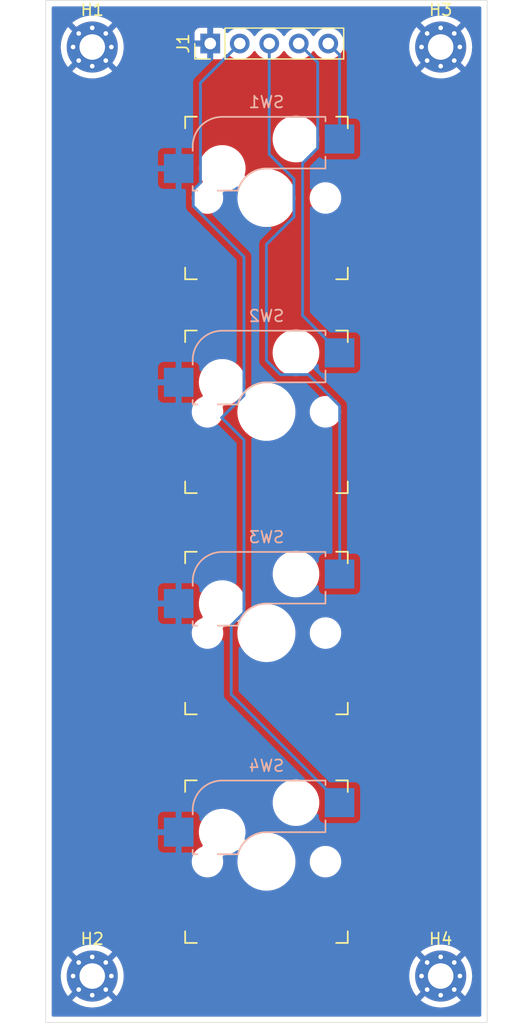
<source format=kicad_pcb>
(kicad_pcb (version 20211014) (generator pcbnew)
  (layers (0 "F.Cu" signal) (31 "B.Cu" signal) (34 "B.Paste" user) (35 "F.Paste" user) (36 "B.SilkS" user "B.Silkscreen") (37 "F.SilkS" user "F.Silkscreen") (38 "B.Mask" user) (39 "F.Mask" user) (44 "Edge.Cuts" user))
  (net 0 "")
  (net 1 "GND")
  (net 2 "Net-(J1-Pad5)")
  (net 3 "Net-(J1-Pad4)")
  (net 4 "Net-(J1-Pad3)")
  (net 5 "Net-(J1-Pad2)")
  (footprint "MountingHole:MountingHole_2.2mm_M2_Pad_Via" (layer "F.Cu") (at 30 30)
    (fp_text reference "H1" (at 0 -3.2) (layer "F.SilkS"))
    (fp_text value "MountingHole_Pad")
    (pad "1" thru_hole circle locked (at -1.166726 -1.166726) (size 0.7 0.7) (drill 0.4) (layers *.Cu *.Mask) (net 1 "GND"))
    (pad "1" thru_hole circle locked (at 1.166726 -1.166726) (size 0.7 0.7) (drill 0.4) (layers *.Cu *.Mask) (net 1 "GND"))
    (pad "1" thru_hole circle locked (at -1.166726 1.166726) (size 0.7 0.7) (drill 0.4) (layers *.Cu *.Mask) (net 1 "GND"))
    (pad "1" thru_hole circle locked (at 0 -1.65) (size 0.7 0.7) (drill 0.4) (layers *.Cu *.Mask) (net 1 "GND"))
    (pad "1" thru_hole circle locked (at -1.65 0) (size 0.7 0.7) (drill 0.4) (layers *.Cu *.Mask) (net 1 "GND"))
    (pad "1" thru_hole circle locked (at 1.65 0) (size 0.7 0.7) (drill 0.4) (layers *.Cu *.Mask) (net 1 "GND"))
    (pad "1" thru_hole circle locked (at 0 0) (size 4.4 4.4) (drill 2.2) (layers *.Cu *.Mask) (net 1 "GND"))
    (pad "1" thru_hole circle locked (at 1.166726 1.166726) (size 0.7 0.7) (drill 0.4) (layers *.Cu *.Mask) (net 1 "GND"))
    (pad "1" thru_hole circle locked (at 0 1.65) (size 0.7 0.7) (drill 0.4) (layers *.Cu *.Mask) (net 1 "GND"))
  )
  (footprint "MountingHole:MountingHole_2.2mm_M2_Pad_Via" (layer "F.Cu") (at 30 110)
    (fp_text reference "H2" (at 0 -3.2) (layer "F.SilkS"))
    (fp_text value "MountingHole_Pad")
    (pad "1" thru_hole circle locked (at -1.65 0) (size 0.7 0.7) (drill 0.4) (layers *.Cu *.Mask) (net 1 "GND"))
    (pad "1" thru_hole circle locked (at 0 1.65) (size 0.7 0.7) (drill 0.4) (layers *.Cu *.Mask) (net 1 "GND"))
    (pad "1" thru_hole circle locked (at -1.166726 -1.166726) (size 0.7 0.7) (drill 0.4) (layers *.Cu *.Mask) (net 1 "GND"))
    (pad "1" thru_hole circle locked (at 0 -1.65) (size 0.7 0.7) (drill 0.4) (layers *.Cu *.Mask) (net 1 "GND"))
    (pad "1" thru_hole circle locked (at 1.166726 -1.166726) (size 0.7 0.7) (drill 0.4) (layers *.Cu *.Mask) (net 1 "GND"))
    (pad "1" thru_hole circle locked (at 1.166726 1.166726) (size 0.7 0.7) (drill 0.4) (layers *.Cu *.Mask) (net 1 "GND"))
    (pad "1" thru_hole circle locked (at 0 0) (size 4.4 4.4) (drill 2.2) (layers *.Cu *.Mask) (net 1 "GND"))
    (pad "1" thru_hole circle locked (at 1.65 0) (size 0.7 0.7) (drill 0.4) (layers *.Cu *.Mask) (net 1 "GND"))
    (pad "1" thru_hole circle locked (at -1.166726 1.166726) (size 0.7 0.7) (drill 0.4) (layers *.Cu *.Mask) (net 1 "GND"))
  )
  (footprint "MountingHole:MountingHole_2.2mm_M2_Pad_Via" (layer "F.Cu") (at 60 110)
    (fp_text reference "H4" (at 0 -3.2) (layer "F.SilkS"))
    (fp_text value "MountingHole_Pad")
    (pad "1" thru_hole circle locked (at 1.166726 1.166726) (size 0.7 0.7) (drill 0.4) (layers *.Cu *.Mask) (net 1 "GND"))
    (pad "1" thru_hole circle locked (at 0 0) (size 4.4 4.4) (drill 2.2) (layers *.Cu *.Mask) (net 1 "GND"))
    (pad "1" thru_hole circle locked (at 1.65 0) (size 0.7 0.7) (drill 0.4) (layers *.Cu *.Mask) (net 1 "GND"))
    (pad "1" thru_hole circle locked (at -1.166726 -1.166726) (size 0.7 0.7) (drill 0.4) (layers *.Cu *.Mask) (net 1 "GND"))
    (pad "1" thru_hole circle locked (at 0 1.65) (size 0.7 0.7) (drill 0.4) (layers *.Cu *.Mask) (net 1 "GND"))
    (pad "1" thru_hole circle locked (at -1.65 0) (size 0.7 0.7) (drill 0.4) (layers *.Cu *.Mask) (net 1 "GND"))
    (pad "1" thru_hole circle locked (at 1.166726 -1.166726) (size 0.7 0.7) (drill 0.4) (layers *.Cu *.Mask) (net 1 "GND"))
    (pad "1" thru_hole circle locked (at -1.166726 1.166726) (size 0.7 0.7) (drill 0.4) (layers *.Cu *.Mask) (net 1 "GND"))
    (pad "1" thru_hole circle locked (at 0 -1.65) (size 0.7 0.7) (drill 0.4) (layers *.Cu *.Mask) (net 1 "GND"))
  )
  (footprint "MountingHole:MountingHole_2.2mm_M2_Pad_Via" (layer "F.Cu") (at 60 30)
    (fp_text reference "H3" (at 0 -3.2) (layer "F.SilkS"))
    (fp_text value "MountingHole_Pad")
    (pad "1" thru_hole circle locked (at 0 1.65) (size 0.7 0.7) (drill 0.4) (layers *.Cu *.Mask) (net 1 "GND"))
    (pad "1" thru_hole circle locked (at 0 0) (size 4.4 4.4) (drill 2.2) (layers *.Cu *.Mask) (net 1 "GND"))
    (pad "1" thru_hole circle locked (at 1.65 0) (size 0.7 0.7) (drill 0.4) (layers *.Cu *.Mask) (net 1 "GND"))
    (pad "1" thru_hole circle locked (at 0 -1.65) (size 0.7 0.7) (drill 0.4) (layers *.Cu *.Mask) (net 1 "GND"))
    (pad "1" thru_hole circle locked (at -1.166726 1.166726) (size 0.7 0.7) (drill 0.4) (layers *.Cu *.Mask) (net 1 "GND"))
    (pad "1" thru_hole circle locked (at -1.65 0) (size 0.7 0.7) (drill 0.4) (layers *.Cu *.Mask) (net 1 "GND"))
    (pad "1" thru_hole circle locked (at 1.166726 -1.166726) (size 0.7 0.7) (drill 0.4) (layers *.Cu *.Mask) (net 1 "GND"))
    (pad "1" thru_hole circle locked (at 1.166726 1.166726) (size 0.7 0.7) (drill 0.4) (layers *.Cu *.Mask) (net 1 "GND"))
    (pad "1" thru_hole circle locked (at -1.166726 -1.166726) (size 0.7 0.7) (drill 0.4) (layers *.Cu *.Mask) (net 1 "GND"))
  )
  (footprint "Connector_PinHeader_2.54mm:PinHeader_1x05_P2.54mm_Vertical" (layer "F.Cu") (at 40.16 29.7 90)
    (fp_text reference "J1" (at 0 -2.33 90) (layer "F.SilkS"))
    (fp_text value "Conn_01x05_Female")
    (fp_line (start -1.33 1.27) (end -1.33 11.49) (layer "F.SilkS") (width 0.12))
    (fp_line (start -1.33 11.49) (end 1.33 11.49) (layer "F.SilkS") (width 0.12))
    (fp_line (start -1.33 1.27) (end 1.33 1.27) (layer "F.SilkS") (width 0.12))
    (fp_line (start -1.33 0) (end -1.33 -1.33) (layer "F.SilkS") (width 0.12))
    (fp_line (start -1.33 -1.33) (end 0 -1.33) (layer "F.SilkS") (width 0.12))
    (fp_line (start 1.33 1.27) (end 1.33 11.49) (layer "F.SilkS") (width 0.12))
    (pad "1" thru_hole rect locked (at 0 0 90) (size 1.7 1.7) (drill 1) (layers *.Cu *.Mask) (net 1 "GND"))
    (pad "2" thru_hole oval locked (at 0 2.54 90) (size 1.7 1.7) (drill 1) (layers *.Cu *.Mask) (net 5 "Net-(J1-Pad2)"))
    (pad "3" thru_hole oval locked (at 0 5.08 90) (size 1.7 1.7) (drill 1) (layers *.Cu *.Mask) (net 4 "Net-(J1-Pad3)"))
    (pad "4" thru_hole oval locked (at 0 7.62 90) (size 1.7 1.7) (drill 1) (layers *.Cu *.Mask) (net 3 "Net-(J1-Pad4)"))
    (pad "5" thru_hole oval locked (at 0 10.16 90) (size 1.7 1.7) (drill 1) (layers *.Cu *.Mask) (net 2 "Net-(J1-Pad5)"))
  )
  (footprint "keyswitches:Kailh_socket_MX" (layer "F.Cu") (at 45 43)
    (fp_text reference "SW1" (at 0 -8.255) (layer "B.SilkS") (effects (justify mirror)))
    (fp_text value "SW_Push")
    (fp_line (start -6.35 -4.445) (end -6.35 -4.064) (layer "B.SilkS") (width 0.15))
    (fp_line (start -2.464162 -0.635) (end -4.191 -0.635) (layer "B.SilkS") (width 0.15))
    (fp_line (start -6.35 -1.016) (end -6.35 -0.635) (layer "B.SilkS") (width 0.15))
    (fp_line (start -5.969 -0.635) (end -6.35 -0.635) (layer "B.SilkS") (width 0.15))
    (fp_line (start 5.08 -2.54) (end 0 -2.54) (layer "B.SilkS") (width 0.15))
    (fp_line (start 5.08 -6.985) (end 5.08 -6.604) (layer "B.SilkS") (width 0.15))
    (fp_line (start -3.81 -6.985) (end 5.08 -6.985) (layer "B.SilkS") (width 0.15))
    (fp_line (start 5.08 -3.556) (end 5.08 -2.54) (layer "B.SilkS") (width 0.15))
    (fp_arc (start -2.464162 -0.61604) (mid -1.563147 -2.002042) (end 0 -2.54) (layer "B.SilkS") (width 0.15))
    (fp_arc (start -6.35 -4.445) (mid -5.606051 -6.241051) (end -3.81 -6.985) (layer "B.SilkS") (width 0.15))
    (fp_line (start -7 7) (end -6 7) (layer "F.SilkS") (width 0.15))
    (fp_line (start -7 -6) (end -7 -7) (layer "F.SilkS") (width 0.15))
    (fp_line (start -6 -7) (end -7 -7) (layer "F.SilkS") (width 0.15))
    (fp_line (start 7 -7) (end 7 -6) (layer "F.SilkS") (width 0.15))
    (fp_line (start 7 -7) (end 6 -7) (layer "F.SilkS") (width 0.15))
    (fp_line (start -7 7) (end -7 6) (layer "F.SilkS") (width 0.15))
    (fp_line (start 6 7) (end 7 7) (layer "F.SilkS") (width 0.15))
    (fp_line (start 7 6) (end 7 7) (layer "F.SilkS") (width 0.15))
    (pad "" np_thru_hole circle locked (at -5.08 0) (size 1.7018 1.7018) (drill 1.7018) (layers *.Cu *.Mask))
    (pad "" np_thru_hole circle locked (at 2.54 -5.08) (size 3 3) (drill 3) (layers *.Cu *.Mask))
    (pad "" np_thru_hole circle locked (at 0 0) (size 3.9878 3.9878) (drill 3.9878) (layers *.Cu *.Mask))
    (pad "" np_thru_hole circle locked (at -3.81 -2.54) (size 3 3) (drill 3) (layers *.Cu *.Mask))
    (pad "" np_thru_hole circle locked (at 5.08 0) (size 1.7018 1.7018) (drill 1.7018) (layers *.Cu *.Mask))
    (pad "1" smd rect locked (at 6.29 -5.08) (size 2.55 2.5) (layers "B.Cu" "B.Paste" "B.Mask") (net 2 "Net-(J1-Pad5)"))
    (pad "2" smd rect locked (at -7.56 -2.54) (size 2.55 2.5) (layers "B.Cu" "B.Paste" "B.Mask") (net 1 "GND"))
  )
  (footprint "keyswitches:Kailh_socket_MX" (layer "F.Cu") (at 45 61.415)
    (fp_text reference "SW2" (at 0 -8.255) (layer "B.SilkS") (effects (justify mirror)))
    (fp_text value "SW_Push")
    (fp_line (start -6.35 -1.016) (end -6.35 -0.635) (layer "B.SilkS") (width 0.15))
    (fp_line (start -6.35 -4.445) (end -6.35 -4.064) (layer "B.SilkS") (width 0.15))
    (fp_line (start 5.08 -3.556) (end 5.08 -2.54) (layer "B.SilkS") (width 0.15))
    (fp_line (start -5.969 -0.635) (end -6.35 -0.635) (layer "B.SilkS") (width 0.15))
    (fp_line (start 5.08 -6.985) (end 5.08 -6.604) (layer "B.SilkS") (width 0.15))
    (fp_line (start -3.81 -6.985) (end 5.08 -6.985) (layer "B.SilkS") (width 0.15))
    (fp_line (start -2.464162 -0.635) (end -4.191 -0.635) (layer "B.SilkS") (width 0.15))
    (fp_line (start 5.08 -2.54) (end 0 -2.54) (layer "B.SilkS") (width 0.15))
    (fp_arc (start -6.35 -4.445) (mid -5.606051 -6.241051) (end -3.81 -6.985) (layer "B.SilkS") (width 0.15))
    (fp_arc (start -2.464162 -0.61604) (mid -1.563147 -2.002042) (end 0 -2.54) (layer "B.SilkS") (width 0.15))
    (fp_line (start 7 -7) (end 6 -7) (layer "F.SilkS") (width 0.15))
    (fp_line (start -6 -7) (end -7 -7) (layer "F.SilkS") (width 0.15))
    (fp_line (start -7 -6) (end -7 -7) (layer "F.SilkS") (width 0.15))
    (fp_line (start -7 7) (end -6 7) (layer "F.SilkS") (width 0.15))
    (fp_line (start -7 7) (end -7 6) (layer "F.SilkS") (width 0.15))
    (fp_line (start 7 -7) (end 7 -6) (layer "F.SilkS") (width 0.15))
    (fp_line (start 6 7) (end 7 7) (layer "F.SilkS") (width 0.15))
    (fp_line (start 7 6) (end 7 7) (layer "F.SilkS") (width 0.15))
    (pad "" np_thru_hole circle locked (at 0 0) (size 3.9878 3.9878) (drill 3.9878) (layers *.Cu *.Mask))
    (pad "" np_thru_hole circle locked (at -5.08 0) (size 1.7018 1.7018) (drill 1.7018) (layers *.Cu *.Mask))
    (pad "" np_thru_hole circle locked (at 2.54 -5.08) (size 3 3) (drill 3) (layers *.Cu *.Mask))
    (pad "" np_thru_hole circle locked (at 5.08 0) (size 1.7018 1.7018) (drill 1.7018) (layers *.Cu *.Mask))
    (pad "" np_thru_hole circle locked (at -3.81 -2.54) (size 3 3) (drill 3) (layers *.Cu *.Mask))
    (pad "1" smd rect locked (at 6.29 -5.08) (size 2.55 2.5) (layers "B.Cu" "B.Paste" "B.Mask") (net 3 "Net-(J1-Pad4)"))
    (pad "2" smd rect locked (at -7.56 -2.54) (size 2.55 2.5) (layers "B.Cu" "B.Paste" "B.Mask") (net 1 "GND"))
  )
  (footprint "keyswitches:Kailh_socket_MX" (layer "F.Cu") (at 45 80.465)
    (fp_text reference "SW3" (at 0 -8.255) (layer "B.SilkS") (effects (justify mirror)))
    (fp_text value "SW_Push")
    (fp_line (start 5.08 -2.54) (end 0 -2.54) (layer "B.SilkS") (width 0.15))
    (fp_line (start 5.08 -3.556) (end 5.08 -2.54) (layer "B.SilkS") (width 0.15))
    (fp_line (start 5.08 -6.985) (end 5.08 -6.604) (layer "B.SilkS") (width 0.15))
    (fp_line (start -6.35 -4.445) (end -6.35 -4.064) (layer "B.SilkS") (width 0.15))
    (fp_line (start -3.81 -6.985) (end 5.08 -6.985) (layer "B.SilkS") (width 0.15))
    (fp_line (start -2.464162 -0.635) (end -4.191 -0.635) (layer "B.SilkS") (width 0.15))
    (fp_line (start -5.969 -0.635) (end -6.35 -0.635) (layer "B.SilkS") (width 0.15))
    (fp_line (start -6.35 -1.016) (end -6.35 -0.635) (layer "B.SilkS") (width 0.15))
    (fp_arc (start -6.35 -4.445) (mid -5.606051 -6.241051) (end -3.81 -6.985) (layer "B.SilkS") (width 0.15))
    (fp_arc (start -2.464162 -0.61604) (mid -1.563147 -2.002042) (end 0 -2.54) (layer "B.SilkS") (width 0.15))
    (fp_line (start -7 7) (end -6 7) (layer "F.SilkS") (width 0.15))
    (fp_line (start 7 6) (end 7 7) (layer "F.SilkS") (width 0.15))
    (fp_line (start 6 7) (end 7 7) (layer "F.SilkS") (width 0.15))
    (fp_line (start 7 -7) (end 7 -6) (layer "F.SilkS") (width 0.15))
    (fp_line (start -7 7) (end -7 6) (layer "F.SilkS") (width 0.15))
    (fp_line (start -7 -6) (end -7 -7) (layer "F.SilkS") (width 0.15))
    (fp_line (start -6 -7) (end -7 -7) (layer "F.SilkS") (width 0.15))
    (fp_line (start 7 -7) (end 6 -7) (layer "F.SilkS") (width 0.15))
    (pad "" np_thru_hole circle locked (at 5.08 0) (size 1.7018 1.7018) (drill 1.7018) (layers *.Cu *.Mask))
    (pad "" np_thru_hole circle locked (at -5.08 0) (size 1.7018 1.7018) (drill 1.7018) (layers *.Cu *.Mask))
    (pad "" np_thru_hole circle locked (at 2.54 -5.08) (size 3 3) (drill 3) (layers *.Cu *.Mask))
    (pad "" np_thru_hole circle locked (at 0 0) (size 3.9878 3.9878) (drill 3.9878) (layers *.Cu *.Mask))
    (pad "" np_thru_hole circle locked (at -3.81 -2.54) (size 3 3) (drill 3) (layers *.Cu *.Mask))
    (pad "1" smd rect locked (at 6.29 -5.08) (size 2.55 2.5) (layers "B.Cu" "B.Paste" "B.Mask") (net 4 "Net-(J1-Pad3)"))
    (pad "2" smd rect locked (at -7.56 -2.54) (size 2.55 2.5) (layers "B.Cu" "B.Paste" "B.Mask") (net 1 "GND"))
  )
  (footprint "keyswitches:Kailh_socket_MX" (layer "F.Cu") (at 45 100.15)
    (fp_text reference "SW4" (at 0 -8.255) (layer "B.SilkS") (effects (justify mirror)))
    (fp_text value "SW_Push")
    (fp_line (start -2.464162 -0.635) (end -4.191 -0.635) (layer "B.SilkS") (width 0.15))
    (fp_line (start -6.35 -4.445) (end -6.35 -4.064) (layer "B.SilkS") (width 0.15))
    (fp_line (start 5.08 -6.985) (end 5.08 -6.604) (layer "B.SilkS") (width 0.15))
    (fp_line (start -6.35 -1.016) (end -6.35 -0.635) (layer "B.SilkS") (width 0.15))
    (fp_line (start -3.81 -6.985) (end 5.08 -6.985) (layer "B.SilkS") (width 0.15))
    (fp_line (start -5.969 -0.635) (end -6.35 -0.635) (layer "B.SilkS") (width 0.15))
    (fp_line (start 5.08 -2.54) (end 0 -2.54) (layer "B.SilkS") (width 0.15))
    (fp_line (start 5.08 -3.556) (end 5.08 -2.54) (layer "B.SilkS") (width 0.15))
    (fp_arc (start -2.464162 -0.61604) (mid -1.563147 -2.002042) (end 0 -2.54) (layer "B.SilkS") (width 0.15))
    (fp_arc (start -6.35 -4.445) (mid -5.606051 -6.241051) (end -3.81 -6.985) (layer "B.SilkS") (width 0.15))
    (fp_line (start -7 7) (end -7 6) (layer "F.SilkS") (width 0.15))
    (fp_line (start 7 6) (end 7 7) (layer "F.SilkS") (width 0.15))
    (fp_line (start 7 -7) (end 7 -6) (layer "F.SilkS") (width 0.15))
    (fp_line (start -7 -6) (end -7 -7) (layer "F.SilkS") (width 0.15))
    (fp_line (start 7 -7) (end 6 -7) (layer "F.SilkS") (width 0.15))
    (fp_line (start -6 -7) (end -7 -7) (layer "F.SilkS") (width 0.15))
    (fp_line (start 6 7) (end 7 7) (layer "F.SilkS") (width 0.15))
    (fp_line (start -7 7) (end -6 7) (layer "F.SilkS") (width 0.15))
    (pad "" np_thru_hole circle locked (at 5.08 0) (size 1.7018 1.7018) (drill 1.7018) (layers *.Cu *.Mask))
    (pad "" np_thru_hole circle locked (at 2.54 -5.08) (size 3 3) (drill 3) (layers *.Cu *.Mask))
    (pad "" np_thru_hole circle locked (at 0 0) (size 3.9878 3.9878) (drill 3.9878) (layers *.Cu *.Mask))
    (pad "" np_thru_hole circle locked (at -5.08 0) (size 1.7018 1.7018) (drill 1.7018) (layers *.Cu *.Mask))
    (pad "" np_thru_hole circle locked (at -3.81 -2.54) (size 3 3) (drill 3) (layers *.Cu *.Mask))
    (pad "1" smd rect locked (at 6.29 -5.08) (size 2.55 2.5) (layers "B.Cu" "B.Paste" "B.Mask") (net 5 "Net-(J1-Pad2)"))
    (pad "2" smd rect locked (at -7.56 -2.54) (size 2.55 2.5) (layers "B.Cu" "B.Paste" "B.Mask") (net 1 "GND"))
  )
  (gr_line (start 26 114) (end 26 26) (layer "Edge.Cuts") (width 0.05))
  (gr_line (start 64 26) (end 64 114) (layer "Edge.Cuts") (width 0.05))
  (gr_line (start 64 114) (end 26 114) (layer "Edge.Cuts") (width 0.05))
  (gr_line (start 26 26) (end 64 26) (layer "Edge.Cuts") (width 0.05))
  (segment (start 51.29 30.67) (end 50.32 29.7) (width 0.25) (layer "B.Cu") (net 2))
  (segment (start 51.29 37.92) (end 51.29 30.67) (width 0.25) (layer "B.Cu") (net 2))
  (segment (start 48.110974 40) (end 49.414521 38.696453) (width 0.25) (layer "B.Cu") (net 3))
  (segment (start 49.414521 38.696453) (end 49.414521 31.334521) (width 0.25) (layer "B.Cu") (net 3))
  (segment (start 48.110974 53.125132) (end 48.110974 40) (width 0.25) (layer "B.Cu") (net 3))
  (segment (start 49.414521 31.334521) (end 47.78 29.7) (width 0.25) (layer "B.Cu") (net 3))
  (segment (start 51.305421 56.319579) (end 48.110974 53.125132) (width 0.25) (layer "B.Cu") (net 3))
  (segment (start 51.29 56.335) (end 51.305421 56.319579) (width 0.25) (layer "B.Cu") (net 3))
  (segment (start 46.209521 58.209521) (end 45 57) (width 0.25) (layer "B.Cu") (net 4))
  (segment (start 47.368421 41.368421) (end 45.24 39.24) (width 0.25) (layer "B.Cu") (net 4))
  (segment (start 45 47) (end 47.368421 44.631579) (width 0.25) (layer "B.Cu") (net 4))
  (segment (start 48.607529 58.209521) (end 46.209521 58.209521) (width 0.25) (layer "B.Cu") (net 4))
  (segment (start 45.24 39.24) (end 45.24 29.7) (width 0.25) (layer "B.Cu") (net 4))
  (segment (start 51.305421 75.369579) (end 51.305421 60.907413) (width 0.25) (layer "B.Cu") (net 4))
  (segment (start 51.29 75.385) (end 51.305421 75.369579) (width 0.25) (layer "B.Cu") (net 4))
  (segment (start 47.368421 44.631579) (end 47.368421 41.368421) (width 0.25) (layer "B.Cu") (net 4))
  (segment (start 45 57) (end 45 47) (width 0.25) (layer "B.Cu") (net 4))
  (segment (start 51.305421 60.907413) (end 48.607529 58.209521) (width 0.25) (layer "B.Cu") (net 4))
  (segment (start 41.966453 85.746453) (end 41.966453 79.799521) (width 0.25) (layer "B.Cu") (net 5))
  (segment (start 43.064521 48.064521) (end 38.694579 43.694579) (width 0.25) (layer "B.Cu") (net 5))
  (segment (start 51.29 95.07) (end 41.966453 85.746453) (width 0.25) (layer "B.Cu") (net 5))
  (segment (start 41.966453 79.799521) (end 43.064521 78.701453) (width 0.25) (layer "B.Cu") (net 5))
  (segment (start 38.694579 42.305421) (end 39.315479 41.684521) (width 0.25) (layer "B.Cu") (net 5))
  (segment (start 38.694579 43.694579) (end 38.694579 42.305421) (width 0.25) (layer "B.Cu") (net 5))
  (segment (start 39.315479 33.084521) (end 42.7 29.7) (width 0.25) (layer "B.Cu") (net 5))
  (segment (start 41.145421 61.922587) (end 43.064521 60.003487) (width 0.25) (layer "B.Cu") (net 5))
  (segment (start 43.064521 60.003487) (end 43.064521 48.064521) (width 0.25) (layer "B.Cu") (net 5))
  (segment (start 43.064521 63.841687) (end 41.145421 61.922587) (width 0.25) (layer "B.Cu") (net 5))
  (segment (start 43.064521 78.701453) (end 43.064521 63.841687) (width 0.25) (layer "B.Cu") (net 5))
  (segment (start 39.315479 41.684521) (end 39.315479 33.084521) (width 0.25) (layer "B.Cu") (net 5))
  (zone (net 1) (net_name "GND") (layers F&B.Cu) (connect_pads (clearance 0.508)) (min_thickness 0.254) (fill yes (thermal_gap 0.508) (thermal_bridge_width 0.508))
    (polygon (pts (xy 64 114) (xy 26 114) (xy 26 26) (xy 64 26)))
  )
  (zone (net 1) (net_name "GND") (layer "B.Cu") (connect_pads (clearance 0.508)) (min_thickness 0.254) (fill yes (thermal_gap 0.508) (thermal_bridge_width 0.508))
    (polygon (pts (xy 64 114) (xy 26 114) (xy 26 26) (xy 64 26)))
  )
)
</source>
